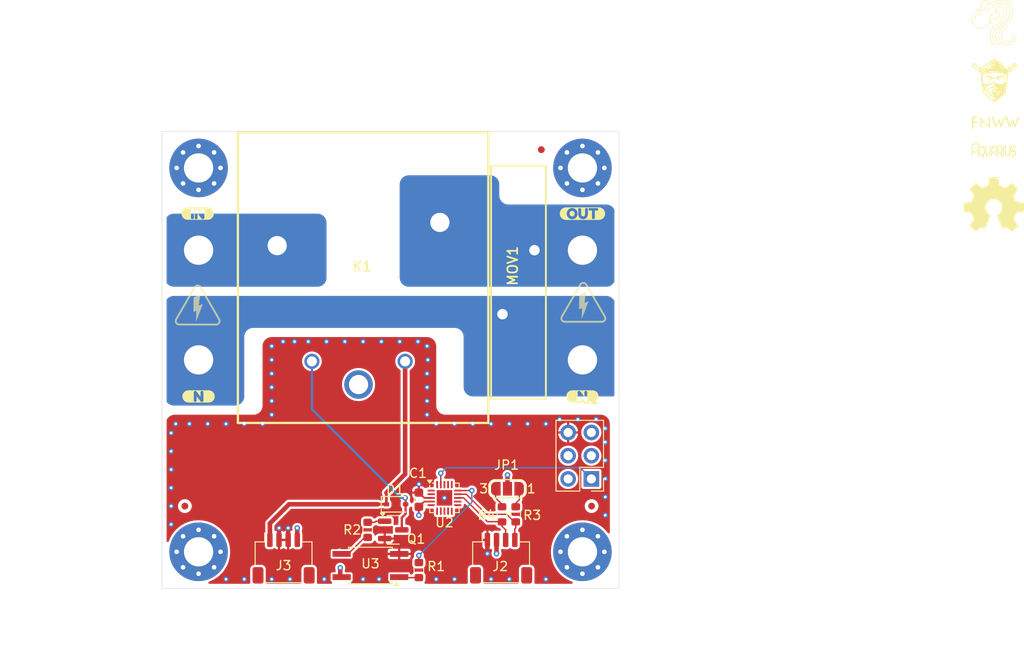
<source format=kicad_pcb>
(kicad_pcb (version 20241229) (generator "pcbnew") (generator_version "9.0")
  (layers (0 "F.Cu" signal) (4 "In1.Cu" signal) (6 "In2.Cu" signal) (2 "B.Cu" signal) (13 "F.Paste" user) (15 "B.Paste" user) (5 "F.SilkS" user "F.Silkscreen") (7 "B.SilkS" user "B.Silkscreen") (1 "F.Mask" user) (3 "B.Mask" user) (25 "Edge.Cuts" user))
  (net 0 "")
  (net 1 "+3.3V")
  (net 2 "GND")
  (net 3 "+5V")
  (net 5 "/UPDI")
  (net 8 "/SDA")
  (net 9 "/SCL")
  (net 10 "Net-(JP1-B)")
  (net 11 "Net-(JP1-A)")
  (net 13 "/LOAD_IN")
  (net 14 "/LOAD_OUT")
  (net 15 "/NEUTRAL")
  (net 16 "/RELAY_CTRL")
  (net 17 "Net-(Q1-B)")
  (net 18 "Net-(R1-Pad2)")
  (net 19 "Net-(R2-Pad1)")
  (net 20 "/RELAY_CONTROL")
  (footprint "Resistor_SMD:R_0603_1608Metric" (layer "F.Cu") (at 78.1 163 -90)
    (property "Reference" "R1" (at -0.4 -1.9 180) (layer "F.SilkS"))
    (property "Value" "220")
    (pad "1" smd roundrect (at -0.825 0 270) (size 0.8 0.95) (layers "F.Cu" "F.Mask" "F.Paste") (net 16 "/RELAY_CTRL"))
    (pad "2" smd roundrect (at 0.825 0 270) (size 0.8 0.95) (layers "F.Cu" "F.Mask" "F.Paste") (net 18 "Net-(R1-Pad2)"))
  )
  (footprint "kibuzzard-67E37192" (layer "F.Cu") (at 53.9 124)
    (property "Reference" "kibuzzard-67E37192" (hide yes))
    (property "Value" "G***" (hide yes))
  )
  (footprint "Fiducial:Fiducial_0.75mm_Mask1.5mm" (layer "F.Cu") (at 97 156)
    (property "Reference" "FID2" (hide yes))
    (property "Value" "Fiducial")
    (pad "" smd circle (at 0 0) (size 0.75 0.75) (layers "F.Cu" "F.Mask") (clearance 0.375))
  )
  (footprint "Connector_PinHeader_2.54mm:PinHeader_2x03_P2.54mm_Vertical" (layer "F.Cu") (at 96.975 153.025 180)
    (property "Reference" "J1" (at 0 8.725 0) (layer "F.SilkS"))
    (property "Value" "AVR-UPDI-6")
    (pad "1" thru_hole rect (at 0 0 180) (size 1.7 1.7) (drill 1) (layers "*.Cu" "*.Mask") (net 5 "/UPDI"))
    (pad "2" thru_hole oval (at 2.54 0 180) (size 1.7 1.7) (drill 1) (layers "*.Cu" "*.Mask") (net 1 "+3.3V"))
    (pad "3" thru_hole oval (at 0 2.54 180) (size 1.7 1.7) (drill 1) (layers "*.Cu" "*.Mask"))
    (pad "4" thru_hole oval (at 2.54 2.54 180) (size 1.7 1.7) (drill 1) (layers "*.Cu" "*.Mask"))
    (pad "5" thru_hole oval (at 0 5.08 180) (size 1.7 1.7) (drill 1) (layers "*.Cu" "*.Mask"))
    (pad "6" thru_hole oval (at 2.54 5.08 180) (size 1.7 1.7) (drill 1) (layers "*.Cu" "*.Mask") (net 2 "GND"))
  )
  (footprint "CRG Makes:RELAY_PR24-5V-900-1A" (layer "F.Cu") (at 72 131)
    (property "Reference" "K1" (at -1.3 -0.6 0) (layer "F.SilkS") (effects (font (size 1.0795 1.0795) (thickness 0.1905)) (justify left bottom)))
    (property "Value" "PR24-5V-900-1A")
    (pad "A1" thru_hole circle (at 4.6 9.16) (size 1.65 1.65) (drill 1.1) (layers "*.Cu" "*.Mask") (net 3 "+5V"))
    (pad "A2" thru_hole circle (at -5.6 9.16) (size 1.65 1.65) (drill 1.1) (layers "*.Cu" "*.Mask") (net 20 "/RELAY_CONTROL"))
    (pad "COM_1" thru_hole circle (at -9.4 -3.5) (size 3.116 3.116) (drill 2.1) (layers "*.Cu" "*.Mask") (net 13 "/LOAD_IN"))
    (pad "COM_2" thru_hole circle (at -0.5 11.7) (size 3.116 3.116) (drill 2.1) (layers "*.Cu" "*.Mask"))
    (pad "NO" thru_hole circle (at 8.4 -6.04) (size 3.116 3.116) (drill 2.1) (layers "*.Cu" "*.Mask") (net 14 "/LOAD_OUT"))
  )
  (footprint "kibuzzard-67E371A7" (layer "F.Cu") (at 96 124)
    (property "Reference" "kibuzzard-67E371A7" (hide yes))
    (property "Value" "G***" (hide yes))
  )
  (footprint "CRGM Mechanical:MountingHole_3.2mm_M3_Pad_Via" (layer "F.Cu") (at 54 119)
    (property "Reference" "H4" (hide yes))
    (property "Value" "MountingHole" (hide yes))
    (pad "1" thru_hole circle (at -2.4 0) (size 0.8 0.8) (drill 0.5) (layers "*.Cu" "*.Mask"))
    (pad "1" thru_hole circle (at -1.697056 -1.697056) (size 0.8 0.8) (drill 0.5) (layers "*.Cu" "*.Mask"))
    (pad "1" thru_hole circle (at -1.697056 1.697056) (size 0.8 0.8) (drill 0.5) (layers "*.Cu" "*.Mask"))
    (pad "1" thru_hole circle (at 0 -2.4) (size 0.8 0.8) (drill 0.5) (layers "*.Cu" "*.Mask"))
    (pad "1" thru_hole circle (at 0 0) (size 6.4 6.4) (drill 3.2) (layers "*.Cu" "*.Mask"))
    (pad "1" thru_hole circle (at 0 2.4) (size 0.8 0.8) (drill 0.5) (layers "*.Cu" "*.Mask"))
    (pad "1" thru_hole circle (at 1.697056 -1.697056) (size 0.8 0.8) (drill 0.5) (layers "*.Cu" "*.Mask"))
    (pad "1" thru_hole circle (at 1.697056 1.697056) (size 0.8 0.8) (drill 0.5) (layers "*.Cu" "*.Mask"))
    (pad "1" thru_hole circle (at 2.4 0) (size 0.8 0.8) (drill 0.5) (layers "*.Cu" "*.Mask"))
  )
  (footprint "CRGM Logos:Aquarius Name 2mmx5mm" (layer "F.Cu") (at 141.139477 118.149443)
    (property "Reference" "LOGO2" (hide yes))
    (property "Value" "~" (hide yes))
  )
  (footprint "Symbol:OSHW-Symbol_6.7x6mm_SilkScreen" (layer "F.Cu") (at 141 123)
    (property "Reference" "LOGO5" (hide yes))
    (property "Value" "Logo_Open_Hardware_Small" (hide yes))
  )
  (footprint "CRGM Symbols:HIGH-VOLTAGE-5MM" (layer "F.Cu") (at 53.9 134)
    (property "Reference" "S2" (hide yes))
    (property "Value" "~" (hide yes))
  )
  (footprint "CRGM Logos:FNWW Name 2mmx5mm" (layer "F.Cu") (at 141.231061 114.966886)
    (property "Reference" "LOGO4" (hide yes))
    (property "Value" "~" (hide yes))
  )
  (footprint "kibuzzard-67E3720C" (layer "F.Cu") (at 54 144)
    (property "Reference" "kibuzzard-67E3720C" (hide yes))
    (property "Value" "G***" (hide yes))
  )
  (footprint "Fiducial:Fiducial_0.75mm_Mask1.5mm" (layer "F.Cu") (at 91.5 117)
    (property "Reference" "FID3" (hide yes))
    (property "Value" "Fiducial")
    (pad "" smd circle (at 0 0) (size 0.75 0.75) (layers "F.Cu" "F.Mask") (clearance 0.375))
  )
  (footprint "Package_SO:SO-4_4.4x3.6mm_P2.54mm" (layer "F.Cu") (at 72.8 162.5 180)
    (property "Reference" "U3" (at 0 0.2 0) (layer "F.SilkS"))
    (property "Value" "LTV-356T")
    (pad "1" smd rect (at -3.15 -1.27 180) (size 2 0.64) (layers "F.Cu" "F.Mask" "F.Paste") (net 18 "Net-(R1-Pad2)"))
    (pad "2" smd rect (at -3.15 1.27 180) (size 2 0.64) (layers "F.Cu" "F.Mask" "F.Paste") (net 2 "GND"))
    (pad "3" smd rect (at 3.15 1.27 180) (size 2 0.64) (layers "F.Cu" "F.Mask" "F.Paste") (net 19 "Net-(R2-Pad1)"))
    (pad "4" smd rect (at 3.15 -1.27 180) (size 2 0.64) (layers "F.Cu" "F.Mask" "F.Paste") (net 1 "+3.3V"))
  )
  (footprint "Capacitor_SMD:C_0603_1608Metric" (layer "F.Cu") (at 78.1 155.3 90)
    (property "Reference" "C1" (at 2.9 -0.1 180) (layer "F.SilkS"))
    (property "Value" ".1uF")
    (pad "1" smd roundrect (at -0.775 0 90) (size 0.9 0.95) (layers "F.Cu" "F.Mask" "F.Paste") (net 1 "+3.3V"))
    (pad "2" smd roundrect (at 0.775 0 90) (size 0.9 0.95) (layers "F.Cu" "F.Mask" "F.Paste") (net 2 "GND"))
  )
  (footprint "Jumper:SolderJumper-3_P1.3mm_Open_RoundedPad1.0x1.5mm_NumberLabels" (layer "F.Cu") (at 87.8 154.1 180)
    (property "Reference" "JP1" (at 0.1 2.6 0) (layer "F.SilkS"))
    (property "Value" "Jumper_3_Open")
    (fp_text user "1" (at -2.6 0 0) (layer "F.SilkS"))
    (fp_text user "3" (at 2.6 0 0) (layer "F.SilkS"))
    (pad "1" smd custom (at -1.3 0 180) (size 1 0.5) (layers "F.Cu" "F.Mask") (net 11 "Net-(JP1-A)") (options (clearance outline) (anchor rect)) (primitives (gr_circle (center 0 0.25) (end 0.5 0.25) (width 0) (fill yes)) (gr_circle (center 0 -0.25) (end 0.5 -0.25) (width 0) (fill yes)) (gr_poly (pts (xy 0.55 0.75) (xy 0 0.75) (xy 0 -0.75) (xy 0.55 -0.75)) (width 0) (fill yes))))
    (pad "2" smd rect (at 0 0 180) (size 1 1.5) (layers "F.Cu" "F.Mask") (net 1 "+3.3V"))
    (pad "3" smd custom (at 1.3 0 180) (size 1 0.5) (layers "F.Cu" "F.Mask") (net 10 "Net-(JP1-B)") (options (clearance outline) (anchor rect)) (primitives (gr_circle (center 0 0.25) (end 0.5 0.25) (width 0) (fill yes)) (gr_circle (center 0 -0.25) (end 0.5 -0.25) (width 0) (fill yes)) (gr_poly (pts (xy 0 0.75) (xy -0.55 0.75) (xy -0.55 -0.75) (xy 0 -0.75)) (width 0) (fill yes))))
  )
  (footprint "MountingHole:MountingHole_3.2mm_M3_ISO14580_Pad" (layer "F.Cu") (at 54 140)
    (property "Reference" "P2" (hide yes))
    (property "Value" "MountingHole_Pad")
    (pad "1" thru_hole circle (at 0 0) (size 5.5 5.5) (drill 3.2) (layers "*.Cu" "*.Mask") (net 15 "/NEUTRAL"))
  )
  (footprint "Resistor_SMD:R_0603_1608Metric" (layer "F.Cu") (at 87.2 156.9 90)
    (property "Reference" "R4" (at -0.1 -1.7 180) (layer "F.SilkS"))
    (property "Value" "10K")
    (pad "1" smd roundrect (at -0.825 0 90) (size 0.8 0.95) (layers "F.Cu" "F.Mask" "F.Paste") (net 8 "/SDA"))
    (pad "2" smd roundrect (at 0.825 0 90) (size 0.8 0.95) (layers "F.Cu" "F.Mask" "F.Paste") (net 10 "Net-(JP1-B)"))
  )
  (footprint "Connector_JST:JST_SH_SM04B-SRSS-TB_1x04-1MP_P1.00mm_Horizontal" (layer "F.Cu") (at 63.3 161.7)
    (property "Reference" "J3" (at 0 0.8 0) (layer "F.SilkS"))
    (property "Value" "Power")
    (pad "1" smd roundrect (at -1.5 -2) (size 0.6 1.55) (layers "F.Cu" "F.Mask" "F.Paste") (net 3 "+5V"))
    (pad "2" smd roundrect (at -0.5 -2) (size 0.6 1.55) (layers "F.Cu" "F.Mask" "F.Paste") (net 2 "GND"))
    (pad "3" smd roundrect (at 0.5 -2) (size 0.6 1.55) (layers "F.Cu" "F.Mask" "F.Paste") (net 2 "GND"))
    (pad "4" smd roundrect (at 1.5 -2) (size 0.6 1.55) (layers "F.Cu" "F.Mask" "F.Paste") (net 1 "+3.3V"))
    (pad "MP" smd roundrect (at -2.8 1.875) (size 1.2 1.8) (layers "F.Cu" "F.Mask" "F.Paste") (roundrect_rratio 0.208333))
    (pad "MP" smd roundrect (at 2.8 1.875) (size 1.2 1.8) (layers "F.Cu" "F.Mask" "F.Paste") (roundrect_rratio 0.208333))
  )
  (footprint "CRG Makes:V250LA40BP" (layer "F.Cu") (at 89 131.5)
    (property "Reference" "MOV1" (at 0 0.5 90) (layer "F.SilkS") (effects (font (size 1.0795 1.0795) (thickness 0.1905)) (justify left bottom)))
    (property "Value" "V250LA40BP")
    (pad "P$1" thru_hole circle (at 1.75 -3.5) (size 1.75 1.75) (drill 1.143) (layers "*.Cu" "*.Mask") (net 14 "/LOAD_OUT"))
    (pad "P$2" thru_hole circle (at -1.75 3.5) (size 1.75 1.75) (drill 1.143) (layers "*.Cu" "*.Mask") (net 15 "/NEUTRAL"))
  )
  (footprint "CRGM Logos:FNWW Face 5mm" (layer "F.Cu") (at 141.075147 112.094354)
    (property "Reference" "LOGO3" (hide yes))
    (property "Value" "~" (hide yes))
  )
  (footprint "Diode_SMD:D_SOD-323" (layer "F.Cu") (at 75.6 155.8)
    (property "Reference" "D1" (at -0.1 -1.6 0) (layer "F.SilkS"))
    (property "Value" "BAT48JFILM")
    (pad "1" smd roundrect (at -1.05 0) (size 0.6 0.45) (layers "F.Cu" "F.Mask" "F.Paste") (net 3 "+5V"))
    (pad "2" smd roundrect (at 1.05 0) (size 0.6 0.45) (layers "F.Cu" "F.Mask" "F.Paste") (net 20 "/RELAY_CONTROL"))
  )
  (footprint "MountingHole:MountingHole_3.2mm_M3_ISO14580_Pad" (layer "F.Cu") (at 96 140)
    (property "Reference" "P1" (hide yes))
    (property "Value" "MountingHole_Pad")
    (pad "1" thru_hole circle (at 0 0) (size 5.5 5.5) (drill 3.2) (layers "*.Cu" "*.Mask") (net 15 "/NEUTRAL"))
  )
  (footprint "CRGM Mechanical:MountingHole_3.2mm_M3_Pad_Via" (layer "F.Cu") (at 54 161)
    (property "Reference" "H1" (hide yes))
    (property "Value" "MountingHole" (hide yes))
    (pad "1" thru_hole circle (at -2.4 0) (size 0.8 0.8) (drill 0.5) (layers "*.Cu" "*.Mask"))
    (pad "1" thru_hole circle (at -1.697056 -1.697056) (size 0.8 0.8) (drill 0.5) (layers "*.Cu" "*.Mask"))
    (pad "1" thru_hole circle (at -1.697056 1.697056) (size 0.8 0.8) (drill 0.5) (layers "*.Cu" "*.Mask"))
    (pad "1" thru_hole circle (at 0 -2.4) (size 0.8 0.8) (drill 0.5) (layers "*.Cu" "*.Mask"))
    (pad "1" thru_hole circle (at 0 0) (size 6.4 6.4) (drill 3.2) (layers "*.Cu" "*.Mask"))
    (pad "1" thru_hole circle (at 0 2.4) (size 0.8 0.8) (drill 0.5) (layers "*.Cu" "*.Mask"))
    (pad "1" thru_hole circle (at 1.697056 -1.697056) (size 0.8 0.8) (drill 0.5) (layers "*.Cu" "*.Mask"))
    (pad "1" thru_hole circle (at 1.697056 1.697056) (size 0.8 0.8) (drill 0.5) (layers "*.Cu" "*.Mask"))
    (pad "1" thru_hole circle (at 2.4 0) (size 0.8 0.8) (drill 0.5) (layers "*.Cu" "*.Mask"))
  )
  (footprint "kibuzzard-67E3720C" (layer "F.Cu") (at 96 144)
    (property "Reference" "kibuzzard-67E3720C" (hide yes))
    (property "Value" "G***" (hide yes))
  )
  (footprint "Package_DFN_QFN:VQFN-20-1EP_3x3mm_P0.4mm_EP1.7x1.7mm" (layer "F.Cu") (at 80.9 155.1)
    (property "Reference" "U2" (at 0 2.7 0) (layer "F.SilkS"))
    (property "Value" "ATtiny1616-M")
    (pad "1" smd custom (at -1.45 -0.8) (size 0.143431 0.143431) (layers "F.Cu" "F.Mask" "F.Paste") (options (clearance outline) (anchor circle)) (primitives (gr_poly (pts (xy -0.35 -0.05) (xy 0.299289 -0.05) (xy 0.35 0.000711) (xy 0.35 0.05) (xy -0.35 0.05)) (width 0.1) (fill yes))))
    (pad "2" smd roundrect (at -1.45 -0.4) (size 0.8 0.2) (layers "F.Cu" "F.Mask" "F.Paste"))
    (pad "3" smd roundrect (at -1.45 0) (size 0.8 0.2) (layers "F.Cu" "F.Mask" "F.Paste") (net 2 "GND"))
    (pad "4" smd roundrect (at -1.45 0.4) (size 0.8 0.2) (layers "F.Cu" "F.Mask" "F.Paste") (net 1 "+3.3V"))
    (pad "5" smd custom (at -1.45 0.8) (size 0.143431 0.143431) (layers "F.Cu" "F.Mask" "F.Paste") (options (clearance outline) (anchor circle)) (primitives (gr_poly (pts (xy -0.35 -0.05) (xy 0.35 -0.05) (xy 0.35 -0.000711) (xy 0.299289 0.05) (xy -0.35 0.05)) (width 0.1) (fill yes))))
    (pad "6" smd custom (at -0.8 1.45) (size 0.143431 0.143431) (layers "F.Cu" "F.Mask" "F.Paste") (options (clearance outline) (anchor circle)) (primitives (gr_poly (pts (xy -0.05 -0.299289) (xy 0.000711 -0.35) (xy 0.05 -0.35) (xy 0.05 0.35) (xy -0.05 0.35)) (width 0.1) (fill yes))))
    (pad "7" smd roundrect (at -0.4 1.45) (size 0.2 0.8) (layers "F.Cu" "F.Mask" "F.Paste"))
    (pad "8" smd roundrect (at 0 1.45) (size 0.2 0.8) (layers "F.Cu" "F.Mask" "F.Paste"))
    (pad "9" smd roundrect (at 0.4 1.45) (size 0.2 0.8) (layers "F.Cu" "F.Mask" "F.Paste"))
    (pad "10" smd custom (at 0.8 1.45) (size 0.143431 0.143431) (layers "F.Cu" "F.Mask" "F.Paste") (options (clearance outline) (anchor circle)) (primitives (gr_poly (pts (xy -0.05 -0.35) (xy -0.000711 -0.35) (xy 0.05 -0.299289) (xy 0.05 0.35) (xy -0.05 0.35)) (width 0.1) (fill yes))))
    (pad "11" smd custom (at 1.45 0.8) (size 0.143431 0.143431) (layers "F.Cu" "F.Mask" "F.Paste") (options (clearance outline) (anchor circle)) (primitives (gr_poly (pts (xy -0.35 -0.05) (xy 0.35 -0.05) (xy 0.35 0.05) (xy -0.299289 0.05) (xy -0.35 -0.000711)) (width 0.1) (fill yes))))
    (pad "12" smd roundrect (at 1.45 0.4) (size 0.8 0.2) (layers "F.Cu" "F.Mask" "F.Paste"))
    (pad "13" smd roundrect (at 1.45 0) (size 0.8 0.2) (layers "F.Cu" "F.Mask" "F.Paste") (net 8 "/SDA"))
    (pad "14" smd roundrect (at 1.45 -0.4) (size 0.8 0.2) (layers "F.Cu" "F.Mask" "F.Paste") (net 9 "/SCL"))
    (pad "15" smd custom (at 1.45 -0.8) (size 0.143431 0.143431) (layers "F.Cu" "F.Mask" "F.Paste") (net 16 "/RELAY_CTRL") (options (clearance outline) (anchor circle)) (primitives (gr_poly (pts (xy -0.35 0.000711) (xy -0.299289 -0.05) (xy 0.35 -0.05) (xy 0.35 0.05) (xy -0.35 0.05)) (width 0.1) (fill yes))))
    (pad "16" smd custom (at 0.8 -1.45) (size 0.143431 0.143431) (layers "F.Cu" "F.Mask" "F.Paste") (options (clearance outline) (anchor circle)) (primitives (gr_poly (pts (xy -0.05 -0.35) (xy 0.05 -0.35) (xy 0.05 0.299289) (xy -0.000711 0.35) (xy -0.05 0.35)) (width 0.1) (fill yes))))
    (pad "17" smd roundrect (at 0.4 -1.45) (size 0.2 0.8) (layers "F.Cu" "F.Mask" "F.Paste"))
    (pad "18" smd roundrect (at 0 -1.45) (size 0.2 0.8) (layers "F.Cu" "F.Mask" "F.Paste"))
    (pad "19" smd roundrect (at -0.4 -1.45) (size 0.2 0.8) (layers "F.Cu" "F.Mask" "F.Paste") (net 5 "/UPDI"))
    (pad "20" smd custom (at -0.8 -1.45) (size 0.143431 0.143431) (layers "F.Cu" "F.Mask" "F.Paste") (options (clearance outline) (anchor circle)) (primitives (gr_poly (pts (xy -0.05 -0.35) (xy 0.05 -0.35) (xy 0.05 0.35) (xy 0.000711 0.35) (xy -0.05 0.299289)) (width 0.1) (fill yes))))
    (pad "21" smd rect (at 0 0) (size 1.7 1.7) (property pad_prop_heatsink) (layers "F.Cu" "F.Mask") (net 2 "GND"))
  )
  (footprint "Resistor_SMD:R_0603_1608Metric" (layer "F.Cu") (at 88.7 156.9 90)
    (property "Reference" "R3" (at -0.1 1.8 180) (layer "F.SilkS"))
    (property "Value" "10K")
    (pad "1" smd roundrect (at -0.825 0 90) (size 0.8 0.95) (layers "F.Cu" "F.Mask" "F.Paste") (net 9 "/SCL"))
    (pad "2" smd roundrect (at 0.825 0 90) (size 0.8 0.95) (layers "F.Cu" "F.Mask" "F.Paste") (net 11 "Net-(JP1-A)"))
  )
  (footprint "CRGM Mechanical:MountingHole_3.2mm_M3_Pad_Via" (layer "F.Cu") (at 96 119)
    (property "Reference" "H3" (hide yes))
    (property "Value" "MountingHole" (hide yes))
    (pad "1" thru_hole circle (at -2.4 0) (size 0.8 0.8) (drill 0.5) (layers "*.Cu" "*.Mask"))
    (pad "1" thru_hole circle (at -1.697056 -1.697056) (size 0.8 0.8) (drill 0.5) (layers "*.Cu" "*.Mask"))
    (pad "1" thru_hole circle (at -1.697056 1.697056) (size 0.8 0.8) (drill 0.5) (layers "*.Cu" "*.Mask"))
    (pad "1" thru_hole circle (at 0 -2.4) (size 0.8 0.8) (drill 0.5) (layers "*.Cu" "*.Mask"))
    (pad "1" thru_hole circle (at 0 0) (size 6.4 6.4) (drill 3.2) (layers "*.Cu" "*.Mask"))
    (pad "1" thru_hole circle (at 0 2.4) (size 0.8 0.8) (drill 0.5) (layers "*.Cu" "*.Mask"))
    (pad "1" thru_hole circle (at 1.697056 -1.697056) (size 0.8 0.8) (drill 0.5) (layers "*.Cu" "*.Mask"))
    (pad "1" thru_hole circle (at 1.697056 1.697056) (size 0.8 0.8) (drill 0.5) (layers "*.Cu" "*.Mask"))
    (pad "1" thru_hole circle (at 2.4 0) (size 0.8 0.8) (drill 0.5) (layers "*.Cu" "*.Mask"))
  )
  (footprint "CRGM Symbols:HIGH-VOLTAGE-5MM" (layer "F.Cu") (at 96.1 133.7)
    (property "Reference" "S1" (hide yes))
    (property "Value" "~" (hide yes))
  )
  (footprint "MountingHole:MountingHole_3.2mm_M3_ISO14580_Pad" (layer "F.Cu") (at 54 128)
    (property "Reference" "P3" (hide yes))
    (property "Value" "MountingHole_Pad")
    (pad "1" thru_hole circle (at 0 0) (size 5.5 5.5) (drill 3.2) (layers "*.Cu" "*.Mask") (net 13 "/LOAD_IN"))
  )
  (footprint "MountingHole:MountingHole_3.2mm_M3_ISO14580_Pad" (layer "F.Cu") (at 96 128)
    (property "Reference" "P4" (hide yes))
    (property "Value" "MountingHole_Pad")
    (pad "1" thru_hole circle (at 0 0) (size 5.5 5.5) (drill 3.2) (layers "*.Cu" "*.Mask") (net 14 "/LOAD_OUT"))
  )
  (footprint "CRGM Logos:Aquarius Logo 5mm" (layer "F.Cu") (at 140.952675 105.813033)
    (property "Reference" "LOGO1" (hide yes))
    (property "Value" "~" (hide yes))
  )
  (footprint "Fiducial:Fiducial_0.75mm_Mask1.5mm" (layer "F.Cu") (at 52.5 156)
    (property "Reference" "FID1" (hide yes))
    (property "Value" "Fiducial")
    (pad "" smd circle (at 0 0) (size 0.75 0.75) (layers "F.Cu" "F.Mask") (clearance 0.375))
  )
  (footprint "Package_TO_SOT_SMD:SOT-23" (layer "F.Cu") (at 75.3 158.6)
    (property "Reference" "Q1" (at 2.5 1 0) (layer "F.SilkS"))
    (property "Value" "MMBT3904")
    (pad "1" smd roundrect (at -0.9375 -0.95) (size 1.475 0.6) (layers "F.Cu" "F.Mask" "F.Paste") (net 17 "Net-(Q1-B)"))
    (pad "2" smd roundrect (at -0.9375 0.95) (size 1.475 0.6) (layers "F.Cu" "F.Mask" "F.Paste") (net 2 "GND"))
    (pad "3" smd roundrect (at 0.9375 0) (size 1.475 0.6) (layers "F.Cu" "F.Mask" "F.Paste") (net 20 "/RELAY_CONTROL"))
  )
  (footprint "Resistor_SMD:R_0603_1608Metric" (layer "F.Cu") (at 72.5 158.6 90)
    (property "Reference" "R2" (at 0 -1.7 180) (layer "F.SilkS"))
    (property "Value" "220")
    (pad "1" smd roundrect (at -0.825 0 90) (size 0.8 0.95) (layers "F.Cu" "F.Mask" "F.Paste") (net 19 "Net-(R2-Pad1)"))
    (pad "2" smd roundrect (at 0.825 0 90) (size 0.8 0.95) (layers "F.Cu" "F.Mask" "F.Paste") (net 17 "Net-(Q1-B)"))
  )
  (footprint "Connector_JST:JST_SH_SM04B-SRSS-TB_1x04-1MP_P1.00mm_Horizontal" (layer "F.Cu") (at 87.1 161.7)
    (property "Reference" "J2" (at -0.1 0.9 0) (layer "F.SilkS"))
    (property "Value" "QWICC")
    (pad "1" smd roundrect (at -1.5 -2) (size 0.6 1.55) (layers "F.Cu" "F.Mask" "F.Paste") (net 2 "GND"))
    (pad "2" smd roundrect (at -0.5 -2) (size 0.6 1.55) (layers "F.Cu" "F.Mask" "F.Paste") (net 1 "+3.3V"))
    (pad "3" smd roundrect (at 0.5 -2) (size 0.6 1.55) (layers "F.Cu" "F.Mask" "F.Paste") (net 8 "/SDA"))
    (pad "4" smd roundrect (at 1.5 -2) (size 0.6 1.55) (layers "F.Cu" "F.Mask" "F.Paste") (net 9 "/SCL"))
    (pad "MP" smd roundrect (at -2.8 1.875) (size 1.2 1.8) (layers "F.Cu" "F.Mask" "F.Paste") (roundrect_rratio 0.208333))
    (pad "MP" smd roundrect (at 2.8 1.875) (size 1.2 1.8) (layers "F.Cu" "F.Mask" "F.Paste") (roundrect_rratio 0.208333))
  )
  (footprint "CRGM Mechanical:MountingHole_3.2mm_M3_Pad_Via" (layer "F.Cu") (at 96 161)
    (property "Reference" "H2" (hide yes))
    (property "Value" "MountingHole" (hide yes))
    (pad "1" thru_hole circle (at -2.4 0) (size 0.8 0.8) (drill 0.5) (layers "*.Cu" "*.Mask"))
    (pad "1" thru_hole circle (at -1.697056 -1.697056) (size 0.8 0.8) (drill 0.5) (layers "*.Cu" "*.Mask"))
    (pad "1" thru_hole circle (at -1.697056 1.697056) (size 0.8 0.8) (drill 0.5) (layers "*.Cu" "*.Mask"))
    (pad "1" thru_hole circle (at 0 -2.4) (size 0.8 0.8) (drill 0.5) (layers "*.Cu" "*.Mask"))
    (pad "1" thru_hole circle (at 0 0) (size 6.4 6.4) (drill 3.2) (layers "*.Cu" "*.Mask"))
    (pad "1" thru_hole circle (at 0 2.4) (size 0.8 0.8) (drill 0.5) (layers "*.Cu" "*.Mask"))
    (pad "1" thru_hole circle (at 1.697056 -1.697056) (size 0.8 0.8) (drill 0.5) (layers "*.Cu" "*.Mask"))
    (pad "1" thru_hole circle (at 1.697056 1.697056) (size 0.8 0.8) (drill 0.5) (layers "*.Cu" "*.Mask"))
    (pad "1" thru_hole circle (at 2.4 0) (size 0.8 0.8) (drill 0.5) (layers "*.Cu" "*.Mask"))
  )
  (gr_rect (start 50 115) (end 100 165) (stroke (width 0.05)) (fill no) (layer "Edge.Cuts"))
  (segment (start 69.5 162.75) (end 69.5 163.62) (width 0.5) (layer "F.Cu") (net 1))
  (segment (start 87.8 154.1) (end 87.8 152.6) (width 0.5) (layer "F.Cu") (net 1))
  (segment (start 69.5 163.62) (end 69.65 163.77) (width 0.5) (layer "F.Cu") (net 1))
  (segment (start 79.45 155.5) (end 78.675 155.5) (width 0.2) (layer "F.Cu") (net 1))
  (segment (start 64.8 159.7) (end 64.8 158.4) (width 0.5) (layer "F.Cu") (net 1))
  (segment (start 86.6 159.7) (end 86.6 161.2) (width 0.5) (layer "F.Cu") (net 1))
  (segment (start 78.675 155.5) (end 78.1 156.075) (width 0.2) (layer "F.Cu") (net 1))
  (segment (start 78.1 156.075) (end 78.1 157) (width 0.2) (layer "F.Cu") (net 1))
  (via (at 78.1 157) (size 0.6) (drill 0.3) (layers "F.Cu" "B.Cu") (net 1))
  (via (at 86.6 161.2) (size 0.6) (drill 0.3) (layers "F.Cu" "B.Cu") (net 1))
  (via (at 69.5 162.75) (size 0.6) (drill 0.3) (layers "F.Cu" "B.Cu") (net 1))
  (via (at 64.8 158.4) (size 0.6) (drill 0.3) (layers "F.Cu" "B.Cu") (net 1))
  (via (at 87.8 152.6) (size 0.6) (drill 0.3) (layers "F.Cu" "B.Cu") (net 1))
  (segment (start 85.6 159.7) (end 85.6 161.2) (width 0.5) (layer "F.Cu") (net 2))
  (segment (start 78.1 154.525) (end 78.1 153.6) (width 0.2) (layer "F.Cu") (net 2))
  (segment (start 63.8 159.7) (end 63.8 158.4) (width 0.5) (layer "F.Cu") (net 2))
  (segment (start 79.45 155.1) (end 78.675 155.1) (width 0.2) (layer "F.Cu") (net 2))
  (segment (start 78.675 155.1) (end 78.1 154.525) (width 0.2) (layer "F.Cu") (net 2))
  (segment (start 62.8 159.7) (end 62.8 158.4) (width 0.5) (layer "F.Cu") (net 2))
  (via (at 62 143) (size 0.6) (drill 0.3) (layers "F.Cu" "B.Cu") (net 2))
  (via (at 64 164) (size 0.6) (drill 0.3) (layers "F.Cu" "B.Cu") (net 2))
  (via (at 72 138) (size 0.6) (drill 0.3) (layers "F.Cu" "B.Cu") (net 2))
  (via (at 79 141.5) (size 0.6) (drill 0.3) (layers "F.Cu" "B.Cu") (net 2))
  (via (at 74 138) (size 0.6) (drill 0.3) (layers "F.Cu" "B.Cu") (net 2))
  (via (at 53 147) (size 0.6) (drill 0.3) (layers "F.Cu" "B.Cu") (net 2))
  (via (at 62.8 158.4) (size 0.6) (drill 0.3) (layers "F.Cu" "B.Cu") (net 2))
  (via (at 79 138.5) (size 0.6) (drill 0.3) (layers "F.Cu" "B.Cu") (net 2))
  (via (at 57 147) (size 0.6) (drill 0.3) (layers "F.Cu" "B.Cu") (net 2))
  (via (at 76 138) (size 0.6) (drill 0.3) (layers "F.Cu" "B.Cu") (net 2))
  (via (at 51 158) (size 0.6) (drill 0.3) (layers "F.Cu" "B.Cu") (net 2))
  (via (at 55 147) (size 0.6) (drill 0.3) (layers "F.Cu" "B.Cu") (net 2))
  (via (at 59 147) (size 0.6) (drill 0.3) (layers "F.Cu" "B.Cu") (net 2))
  (via (at 78 138) (size 0.6) (drill 0.3) (layers "F.Cu" "B.Cu") (net 2))
  (via (at 93.5 146.5) (size 0.6) (drill 0.3) (layers "F.Cu" "B.Cu") (net 2))
  (via (at 79.08324 140) (size 0.6) (drill 0.3) (layers "F.Cu" "B.Cu") (net 2))
  (via (at 80 164) (size 0.6) (drill 0.3) (layers "F.Cu" "B.Cu") (net 2))
  (via (at 67.75 164) (size 0.6) (drill 0.3) (layers "F.Cu" "B.Cu") (net 2))
  (via (at 63.8 158.4) (size 0.6) (drill 0.3) (layers "F.Cu" "B.Cu") (net 2))
  (via (at 73.75 164) (size 0.6) (drill 0.3) (layers "F.Cu" "B.Cu") (net 2))
  (via (at 98.5 151) (size 0.6) (drill 0.3) (layers "F.Cu" "B.Cu") (net 2))
  (via (at 68 138) (size 0.6) (drill 0.3) (layers "F.Cu" "B.Cu") (net 2))
  (via (at 79 144.5) (size 0.6) (drill 0.3) (layers "F.Cu" "B.Cu") (net 2))
  (via (at 51 156) (size 0.6) (drill 0.3) (layers "F.Cu" "B.Cu") (net 2))
  (via (at 64.5 138) (size 0.6) (drill 0.3) (layers "F.Cu" "B.Cu") (net 2))
  (via (at 82 147) (size 0.6) (drill 0.3) (layers "F.Cu" "B.Cu") (net 2))
  (via (at 82 164) (size 0.6) (drill 0.3) (layers "F.Cu" "B.Cu") (net 2))
  (via (at 63.25 138) (size 0.6) (drill 0.3) (layers "F.Cu" "B.Cu") (net 2))
  (via (at 51 154) (size 0.6) (drill 0.3) (layers "F.Cu" "B.Cu") (net 2))
  (via (at 85.6 161.2) (size 0.6) (drill 0.3) (layers "F.Cu" "B.Cu") (net 2))
  (via (at 62 141.5) (size 0.6) (drill 0.3) (layers "F.Cu" "B.Cu") (net 2))
  (via (at 51 152) (size 0.6) (drill 0.3) (layers "F.Cu" "B.Cu") (net 2))
  (via (at 84 147) (size 0.6) (drill 0.3) (layers "F.Cu" "B.Cu") (net 2))
  (via (at 62 164) (size 0.6) (drill 0.3) (layers "F.Cu" "B.Cu") (net 2))
  (via (at 90 147) (size 0.6) (drill 0.3) (layers "F.Cu" "B.Cu") (net 2))
  (via (at 72 164) (size 0.6) (drill 0.3) (layers "F.Cu" "B.Cu") (net 2))
  (via (at 70 138) (size 0.6) (drill 0.3) (layers "F.Cu" "B.Cu") (net 2))
  (via (at 66 138) (size 0.6) (drill 0.3) (layers "F.Cu" "B.Cu") (net 2))
  (via (at 62 140) (size 0.6) (drill 0.3) (layers "F.Cu" "B.Cu") (net 2))
  (via (at 97.5 146.5) (size 0.6) (drill 0.3) (layers "F.Cu" "B.Cu") (net 2))
  (via (at 79 143) (size 0.6) (drill 0.3) (layers "F.Cu" "B.Cu") (net 2))
  (via (at 51 148) (size 0.6) (drill 0.3) (layers "F.Cu" "B.Cu") (net 2))
  (via (at 80 147) (size 0.6) (drill 0.3) (layers "F.Cu" "B.Cu") (net 2))
  (via (at 62 146) (size 0.6) (drill 0.3) (layers "F.Cu" "B.Cu") (net 2))
  (via (at 92 147) (size 0.6) (drill 0.3) (layers "F.Cu" "B.Cu") (net 2))
  (via (at 95.5 146.5) (size 0.6) (drill 0.3) (layers "F.Cu" "B.Cu") (net 2))
  (via (at 80.9 155.1) (size 0.6) (drill 0.3) (layers "F.Cu" "B.Cu") (net 2))
  (via (at 57 164) (size 0.6) (drill 0.3) (layers "F.Cu" "B.Cu") (net 2))
  (via (at 88 147) (size 0.6) (drill 0.3) (layers "F.Cu" "B.Cu") (net 2))
  (via (at 98.5 157) (size 0.6) (drill 0.3) (layers "F.Cu" "B.Cu") (net 2))
  (via (at 98.5 149) (size 0.6) (drill 0.3) (layers "F.Cu" "B.Cu") (net 2))
  (via (at 98.5 147.5) (size 0.6) (drill 0.3) (layers "F.Cu" "B.Cu") (net 2))
  (via (at 51 150) (size 0.6) (drill 0.3) (layers "F.Cu" "B.Cu") (net 2))
  (via (at 51.5 147) (size 0.6) (drill 0.3) (layers "F.Cu" "B.Cu") (net 2))
  (via (at 78.1 153.6) (size 0.6) (drill 0.3) (layers "F.Cu" "B.Cu") (net 2))
  (via (at 88 164) (size 0.6) (drill 0.3) (layers "F.Cu" "B.Cu") (net 2))
  (via (at 86 164) (size 0.6) (drill 0.3) (layers "F.Cu" "B.Cu") (net 2))
  (via (at 92 164) (size 0.6) (drill 0.3) (layers "F.Cu" "B.Cu") (net 2))
  (via (at 98.5 155) (size 0.6) (drill 0.3) (layers "F.Cu" "B.Cu") (net 2))
  (via (at 86 147) (size 0.6) (drill 0.3) (layers "F.Cu" "B.Cu") (net 2))
  (via (at 98.5 153) (size 0.6) (drill 0.3) (layers "F.Cu" "B.Cu") (net 2))
  (via (at 61 147) (size 0.6) (drill 0.3) (layers "F.Cu" "B.Cu") (net 2))
  (via (at 62 138.5) (size 0.6) (drill 0.3) (layers "F.Cu" "B.Cu") (net 2))
  (via (at 79 146) (size 0.6) (drill 0.3) (layers "F.Cu" "B.Cu") (net 2))
  (via (at 59 164) (size 0.6) (drill 0.3) (layers "F.Cu" "B.Cu") (net 2))
  (via (at 62 144.5) (size 0.6) (drill 0.3) (layers "F.Cu" "B.Cu") (net 2))
  (segment (start 63.9 155.8) (end 73.6 155.8) (width 0.5) (layer "F.Cu") (net 3))
  (segment (start 61.8 157.9) (end 63.9 155.8) (width 0.5) (layer "F.Cu") (net 3))
  (segment (start 76.6 140.16) (end 76.6 152.5) (width 0.5) (layer "F.Cu") (net 3))
  (segment (start 76.6 152.5) (end 74.55 154.55) (width 0.5) (layer "F.Cu") (net 3))
  (segment (start 61.8 159.7) (end 61.8 157.9) (width 0.5) (layer "F.Cu") (net 3))
  (segment (start 74.55 155.8) (end 73.6 155.8) (width 0.3) (layer "F.Cu") (net 3))
  (segment (start 74.55 154.55) (end 74.55 155.8) (width 0.3) (layer "F.Cu") (net 3))
  (segment (start 80.5 153.65) (end 80.5 152.4) (width 0.1524) (layer "F.Cu") (net 5))
  (via (at 80.5 152.4) (size 0.6) (drill 0.3) (layers "F.Cu" "B.Cu") (net 5))
  (segment (start 95.75 151.8) (end 96.975 153.025) (width 0.1524) (layer "B.Cu") (net 5))
  (segment (start 80.5 152.4) (end 81.1 151.8) (width 0.1524) (layer "B.Cu") (net 5))
  (segment (start 81.1 151.8) (end 95.75 151.8) (width 0.1524) (layer "B.Cu") (net 5))
  (segment (start 85.6 157.7) (end 83 155.1) (width 0.1524) (layer "F.Cu") (net 8))
  (segment (start 87.2 157.725) (end 87.2 158.2) (width 0.1524) (layer "F.Cu") (net 8))
  (segment (start 87.2 157.725) (end 87.175 157.7) (width 0.1524) (layer "F.Cu") (net 8))
  (segment (start 87.175 157.7) (end 85.6 157.7) (width 0.1524) (layer "F.Cu") (net 8))
  (segment (start 87.2 158.2) (end 87.6 158.6) (width 0.1524) (layer "F.Cu") (net 8))
  (segment (start 83 155.1) (end 82.35 155.1) (width 0.1524) (layer "F.Cu") (net 8))
  (segment (start 87.6 158.6) (end 87.6 159.7) (width 0.1524) (layer "F.Cu") (net 8))
  (segment (start 87.7 156.9) (end 88.525 157.725) (width 0.1524) (layer "F.Cu") (net 9))
  (segment (start 88.6 158.5) (end 88.6 159.7) (width 0.1524) (layer "F.Cu") (net 9))
  (segment (start 82.35 154.7) (end 83.3 154.7) (width 0.1524) (layer "F.Cu") (net 9))
  (segment (start 88.7 158.4) (end 88.6 158.5) (width 0.1524) (layer "F.Cu") (net 9))
  (segment (start 85.5 156.9) (end 87.7 156.9) (width 0.1524) (layer "F.Cu") (net 9))
  (segment (start 88.7 157.725) (end 88.7 158.4) (width 0.1524) (layer "F.Cu") (net 9))
  (segment (start 83.3 154.7) (end 85.5 156.9) (width 0.1524) (layer "F.Cu") (net 9))
  (segment (start 88.725 157.7) (end 88.7 157.725) (width 0.1524) (layer "F.Cu") (net 9))
  (segment (start 88.525 157.725) (end 88.7 157.725) (width 0.1524) (layer "F.Cu") (net 9))
  (segment (start 86.5 155.1) (end 86.5 154.1) (width 0.1524) (layer "F.Cu") (net 10))
  (segment (start 87.2 155.8) (end 86.5 155.1) (width 0.1524) (layer "F.Cu") (net 10))
  (segment (start 87.2 156.075) (end 87.2 155.8) (width 0.1524) (layer "F.Cu") (net 10))
  (segment (start 88.7 156.075) (end 88.7 155.7) (width 0.1524) (layer "F.Cu") (net 11))
  (segment (start 88.7 155.7) (end 89.1 155.3) (width 0.1524) (layer "F.Cu") (net 11))
  (segment (start 89.1 155.3) (end 89.1 154.1) (width 0.1524) (layer "F.Cu") (net 11))
  (segment (start 83.9 154.3) (end 82.35 154.3) (width 0.1524) (layer "F.Cu") (net 16))
  (segment (start 78.1 162.175) (end 78.1 161.4) (width 0.1524) (layer "F.Cu") (net 16))
  (via (at 83.9 154.3) (size 0.6) (drill 0.3) (layers "F.Cu" "B.Cu") (net 16))
  (via (at 78.1 161.4) (size 0.6) (drill 0.3) (layers "F.Cu" "B.Cu") (net 16))
  (segment (start 83.9 154.3) (end 83.9 155.6) (width 0.1524) (layer "B.Cu") (net 16))
  (segment (start 83.9 155.6) (end 78.1 161.4) (width 0.1524) (layer "B.Cu") (net 16))
  (segment (start 73.408629 157.65) (end 73.282489 157.77614) (width 0.1524) (layer "F.Cu") (net 17))
  (segment (start 74.3625 157.65) (end 73.408629 157.65) (width 0.1524) (layer "F.Cu") (net 17))
  (segment (start 73.282489 157.77614) (end 72.50114 157.77614) (width 0.1524) (layer "F.Cu") (net 17))
  (segment (start 72.50114 157.77614) (end 72.5 157.775) (width 0.1524) (layer "F.Cu") (net 17))
  (segment (start 78.1 163.825) (end 76.005 163.825) (width 0.1524) (layer "F.Cu") (net 18))
  (segment (start 75.95 163.77) (end 76.13 163.77) (width 0.1524) (layer "F.Cu") (net 18))
  (segment (start 76.005 163.825) (end 75.95 163.77) (width 0.1524) (layer "F.Cu") (net 18))
  (segment (start 69.4 160.98) (end 69.65 161.23) (width 0.1524) (layer "F.Cu") (net 19))
  (segment (start 70.37 161.23) (end 72.175 159.425) (width 0.1524) (layer "F.Cu") (net 19))
  (segment (start 69.65 161.23) (end 70.37 161.23) (width 0.1524) (layer "F.Cu") (net 19))
  (segment (start 72.175 159.425) (end 72.5 159.425) (width 0.1524) (layer "F.Cu") (net 19))
  (segment (start 76.65 155.15) (end 76.6 155.1) (width 0.25) (layer "F.Cu") (net 20))
  (segment (start 76.2375 158.6) (end 76.2375 157.2625) (width 0.25) (layer "F.Cu") (net 20))
  (segment (start 76.2375 157.2625) (end 76.65 156.85) (width 0.25) (layer "F.Cu") (net 20))
  (segment (start 76.65 155.8) (end 76.65 155.15) (width 0.25) (layer "F.Cu") (net 20))
  (segment (start 76.65 156.85) (end 76.65 155.8) (width 0.25) (layer "F.Cu") (net 20))
  (via (at 76.6 155.1) (size 0.6) (drill 0.3) (layers "F.Cu" "B.Cu") (net 20))
  (segment (start 66.4 145.4) (end 66.4 140.16) (width 0.25) (layer "B.Cu") (net 20))
  (segment (start 76.1 155.1) (end 66.4 145.4) (width 0.25) (layer "B.Cu") (net 20))
  (segment (start 76.6 155.1) (end 76.1 155.1) (width 0.25) (layer "B.Cu") (net 20))
  (zone (net 2) (net_name "GND") (layer "F.Cu") (connect_pads (clearance 0.25)) (min_thickness 0.25) (fill yes (thermal_gap 0.25) (thermal_bridge_width 0.25) (smoothing fillet) (radius 1))
    (polygon (pts (xy 80 146) (xy 80 137.5) (xy 61 137.5) (xy 61 146) (xy 50.4 146) (xy 50.4 154.6) (xy 50.4 154.6) (xy 50.4 164.5) (xy 99 164.5) (xy 99 146)))
  )
  (zone (net 14) (net_name "/LOAD_OUT") (layer "B.Cu") (priority 2) (connect_pads yes (clearance 0.25)) (min_thickness 0.25) (fill yes (thermal_gap 0.25) (thermal_bridge_width 0.25) (smoothing fillet) (radius 1))
    (polygon (pts (xy 86.9 123) (xy 86.9 119.8) (xy 86.9 119.8) (xy 76 119.8) (xy 76 132) (xy 99.6 132) (xy 99.6 132) (xy 99.6 123)))
  )
  (zone (net 15) (net_name "/NEUTRAL") (layer "B.Cu") (priority 1) (connect_pads yes (clearance 0.25)) (min_thickness 0.25) (fill yes (thermal_gap 0.25) (thermal_bridge_width 0.25) (smoothing fillet) (radius 1))
    (polygon (pts (xy 50.3 145) (xy 59 145) (xy 59 136.5) (xy 83 136.5) (xy 83 144) (xy 99 144) (xy 99.6 144) (xy 99.6 133) (xy 50.3 133)))
  )
  (zone (net 13) (net_name "/LOAD_IN") (layer "B.Cu") (priority 3) (connect_pads yes (clearance 0.25)) (min_thickness 0.25) (fill yes (thermal_gap 0.25) (thermal_bridge_width 0.25) (smoothing fillet) (radius 1))
    (polygon (pts (xy 68 124) (xy 68 132) (xy 50.3 132) (xy 50.3 132) (xy 50.3 124)))
  )
)
</source>
